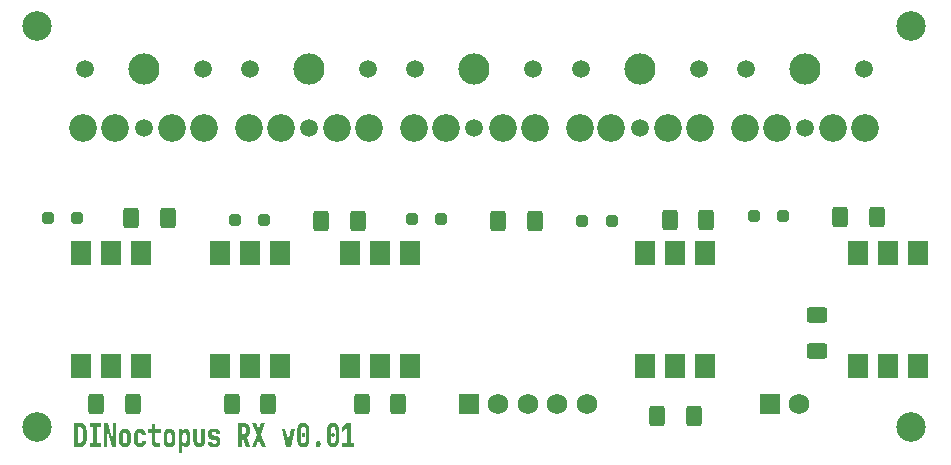
<source format=gbr>
%TF.GenerationSoftware,KiCad,Pcbnew,7.0.1-1.fc37*%
%TF.CreationDate,2023-03-21T22:33:28-05:00*%
%TF.ProjectId,midi_rx_board,6d696469-5f72-4785-9f62-6f6172642e6b,rev?*%
%TF.SameCoordinates,Original*%
%TF.FileFunction,Soldermask,Top*%
%TF.FilePolarity,Negative*%
%FSLAX46Y46*%
G04 Gerber Fmt 4.6, Leading zero omitted, Abs format (unit mm)*
G04 Created by KiCad (PCBNEW 7.0.1-1.fc37) date 2023-03-21 22:33:28*
%MOMM*%
%LPD*%
G01*
G04 APERTURE LIST*
G04 Aperture macros list*
%AMRoundRect*
0 Rectangle with rounded corners*
0 $1 Rounding radius*
0 $2 $3 $4 $5 $6 $7 $8 $9 X,Y pos of 4 corners*
0 Add a 4 corners polygon primitive as box body*
4,1,4,$2,$3,$4,$5,$6,$7,$8,$9,$2,$3,0*
0 Add four circle primitives for the rounded corners*
1,1,$1+$1,$2,$3*
1,1,$1+$1,$4,$5*
1,1,$1+$1,$6,$7*
1,1,$1+$1,$8,$9*
0 Add four rect primitives between the rounded corners*
20,1,$1+$1,$2,$3,$4,$5,0*
20,1,$1+$1,$4,$5,$6,$7,0*
20,1,$1+$1,$6,$7,$8,$9,0*
20,1,$1+$1,$8,$9,$2,$3,0*%
G04 Aperture macros list end*
%ADD10C,0.150000*%
%ADD11C,2.500000*%
%ADD12R,1.780000X2.000000*%
%ADD13RoundRect,0.250000X0.250000X0.250000X-0.250000X0.250000X-0.250000X-0.250000X0.250000X-0.250000X0*%
%ADD14C,1.500000*%
%ADD15C,2.641600*%
%ADD16C,2.351600*%
%ADD17RoundRect,0.250000X0.400000X0.625000X-0.400000X0.625000X-0.400000X-0.625000X0.400000X-0.625000X0*%
%ADD18R,1.750000X1.750000*%
%ADD19C,1.750000*%
%ADD20RoundRect,0.250000X-0.400000X-0.625000X0.400000X-0.625000X0.400000X0.625000X-0.400000X0.625000X0*%
%ADD21RoundRect,0.250000X0.625000X-0.400000X0.625000X0.400000X-0.625000X0.400000X-0.625000X-0.400000X0*%
G04 APERTURE END LIST*
D10*
G36*
X128659213Y-55616934D02*
G01*
X128688010Y-55619196D01*
X128716152Y-55622937D01*
X128743619Y-55628134D01*
X128770391Y-55634764D01*
X128796450Y-55642805D01*
X128821775Y-55652232D01*
X128846347Y-55663024D01*
X128870146Y-55675157D01*
X128893152Y-55688607D01*
X128915347Y-55703353D01*
X128936710Y-55719370D01*
X128957222Y-55736636D01*
X128976863Y-55755127D01*
X128995614Y-55774821D01*
X129013455Y-55795694D01*
X129030366Y-55817723D01*
X129046328Y-55840886D01*
X129061322Y-55865159D01*
X129075327Y-55890519D01*
X129088325Y-55916943D01*
X129100295Y-55944408D01*
X129111218Y-55972891D01*
X129121074Y-56002369D01*
X129129844Y-56032819D01*
X129137509Y-56064217D01*
X129144048Y-56096540D01*
X129149442Y-56129767D01*
X129153671Y-56163872D01*
X129156716Y-56198834D01*
X129158558Y-56234629D01*
X129159176Y-56271235D01*
X129159176Y-57002009D01*
X129158558Y-57038666D01*
X129156716Y-57074523D01*
X129153671Y-57109557D01*
X129149442Y-57143744D01*
X129144048Y-57177059D01*
X129137509Y-57209479D01*
X129129844Y-57240980D01*
X129121074Y-57271539D01*
X129111218Y-57301131D01*
X129100295Y-57329732D01*
X129088325Y-57357318D01*
X129075327Y-57383867D01*
X129061322Y-57409353D01*
X129046328Y-57433753D01*
X129030366Y-57457043D01*
X129013455Y-57479199D01*
X128995614Y-57500197D01*
X128976863Y-57520014D01*
X128957222Y-57538625D01*
X128936710Y-57556006D01*
X128915347Y-57572135D01*
X128893152Y-57586986D01*
X128870146Y-57600536D01*
X128846347Y-57612761D01*
X128821775Y-57623638D01*
X128796450Y-57633141D01*
X128770391Y-57641249D01*
X128743619Y-57647935D01*
X128716152Y-57653178D01*
X128688010Y-57656952D01*
X128659213Y-57659234D01*
X128629780Y-57660000D01*
X128132257Y-57660000D01*
X128132257Y-55994263D01*
X128447330Y-55994263D01*
X128447330Y-57282400D01*
X128629780Y-57282400D01*
X128652956Y-57281070D01*
X128675173Y-57277144D01*
X128696358Y-57270715D01*
X128716436Y-57261876D01*
X128735334Y-57250722D01*
X128752977Y-57237346D01*
X128769291Y-57221842D01*
X128784202Y-57204303D01*
X128797637Y-57184824D01*
X128809520Y-57163499D01*
X128819778Y-57140420D01*
X128828338Y-57115681D01*
X128835124Y-57089377D01*
X128840063Y-57061602D01*
X128843080Y-57032448D01*
X128844103Y-57002009D01*
X128844103Y-56271235D01*
X128843080Y-56240915D01*
X128840063Y-56211929D01*
X128835124Y-56184363D01*
X128828338Y-56158303D01*
X128819778Y-56133834D01*
X128809520Y-56111042D01*
X128797637Y-56090013D01*
X128784202Y-56070833D01*
X128769291Y-56053589D01*
X128752977Y-56038364D01*
X128735334Y-56025247D01*
X128716436Y-56014322D01*
X128696358Y-56005675D01*
X128675173Y-55999392D01*
X128652956Y-55995560D01*
X128629780Y-55994263D01*
X128447330Y-55994263D01*
X128132257Y-55994263D01*
X128132257Y-55616175D01*
X128629780Y-55616175D01*
X128659213Y-55616934D01*
G37*
G36*
X129426622Y-57660000D02*
G01*
X130350593Y-57660000D01*
X130350593Y-57282400D01*
X130046144Y-57282400D01*
X130046144Y-55994263D01*
X130350593Y-55994263D01*
X130350593Y-55616175D01*
X129426622Y-55616175D01*
X129426622Y-55994263D01*
X129731071Y-55994263D01*
X129731071Y-57282400D01*
X129426622Y-57282400D01*
X129426622Y-57660000D01*
G37*
G36*
X130643318Y-57660000D02*
G01*
X130920655Y-57660000D01*
X130920655Y-56764117D01*
X130920463Y-56726587D01*
X130920229Y-56706878D01*
X130919907Y-56686602D01*
X130919502Y-56665806D01*
X130919018Y-56644537D01*
X130918459Y-56622840D01*
X130917828Y-56600764D01*
X130917129Y-56578354D01*
X130916367Y-56555658D01*
X130915544Y-56532721D01*
X130914666Y-56509591D01*
X130913736Y-56486314D01*
X130912758Y-56462937D01*
X130911735Y-56439507D01*
X130910672Y-56416071D01*
X130909573Y-56392674D01*
X130908440Y-56369364D01*
X130907280Y-56346188D01*
X130906094Y-56323192D01*
X130904887Y-56300422D01*
X130903664Y-56277926D01*
X130902427Y-56255751D01*
X130901181Y-56233942D01*
X130899930Y-56212547D01*
X130898677Y-56191612D01*
X130897426Y-56171184D01*
X130896182Y-56151310D01*
X130893728Y-56113409D01*
X130891346Y-56078283D01*
X131284089Y-57660000D01*
X131651552Y-57660000D01*
X131651552Y-55616175D01*
X131374214Y-55616175D01*
X131374214Y-56456371D01*
X131374432Y-56494253D01*
X131374697Y-56514391D01*
X131375062Y-56535257D01*
X131375520Y-56556797D01*
X131376069Y-56578958D01*
X131376704Y-56601686D01*
X131377420Y-56624929D01*
X131378214Y-56648632D01*
X131379080Y-56672743D01*
X131380015Y-56697208D01*
X131381015Y-56721973D01*
X131382075Y-56746987D01*
X131383190Y-56772194D01*
X131384357Y-56797543D01*
X131385572Y-56822979D01*
X131386829Y-56848450D01*
X131388125Y-56873902D01*
X131389455Y-56899281D01*
X131390815Y-56924535D01*
X131392201Y-56949610D01*
X131393609Y-56974452D01*
X131395034Y-56999009D01*
X131396471Y-57023228D01*
X131397917Y-57047054D01*
X131399368Y-57070435D01*
X131400818Y-57093317D01*
X131402264Y-57115647D01*
X131403702Y-57137372D01*
X131405126Y-57158438D01*
X131406534Y-57178792D01*
X131407920Y-57198381D01*
X131011147Y-55616175D01*
X130643318Y-55616175D01*
X130643318Y-57660000D01*
G37*
G36*
X132434882Y-56092679D02*
G01*
X132462820Y-56094821D01*
X132490063Y-56098363D01*
X132516596Y-56103281D01*
X132542404Y-56109555D01*
X132567471Y-56117160D01*
X132591783Y-56126074D01*
X132615325Y-56136275D01*
X132638082Y-56147740D01*
X132660038Y-56160445D01*
X132681180Y-56174369D01*
X132701491Y-56189488D01*
X132720958Y-56205780D01*
X132739565Y-56223222D01*
X132757296Y-56241791D01*
X132774138Y-56261465D01*
X132790075Y-56282221D01*
X132805092Y-56304036D01*
X132819175Y-56326888D01*
X132832308Y-56350753D01*
X132844476Y-56375609D01*
X132855664Y-56401434D01*
X132865858Y-56428204D01*
X132875043Y-56455898D01*
X132883203Y-56484491D01*
X132890323Y-56513962D01*
X132896389Y-56544287D01*
X132901386Y-56575445D01*
X132905298Y-56607412D01*
X132908111Y-56640165D01*
X132909810Y-56673682D01*
X132910380Y-56707941D01*
X132910380Y-57072351D01*
X132909810Y-57106610D01*
X132908111Y-57140127D01*
X132905298Y-57172880D01*
X132901386Y-57204847D01*
X132896389Y-57236005D01*
X132890323Y-57266330D01*
X132883203Y-57295801D01*
X132875043Y-57324395D01*
X132865858Y-57352088D01*
X132855664Y-57378858D01*
X132844476Y-57404683D01*
X132832308Y-57429539D01*
X132819175Y-57453405D01*
X132805092Y-57476256D01*
X132790075Y-57498071D01*
X132774138Y-57518827D01*
X132757296Y-57538501D01*
X132739565Y-57557070D01*
X132720958Y-57574512D01*
X132701491Y-57590804D01*
X132681180Y-57605923D01*
X132660038Y-57619847D01*
X132638082Y-57632552D01*
X132615325Y-57644017D01*
X132591783Y-57654218D01*
X132567471Y-57663132D01*
X132542404Y-57670737D01*
X132516596Y-57677011D01*
X132490063Y-57681930D01*
X132462820Y-57685471D01*
X132434882Y-57687613D01*
X132406263Y-57688332D01*
X132377676Y-57687613D01*
X132349765Y-57685471D01*
X132322546Y-57681930D01*
X132296034Y-57677011D01*
X132270244Y-57670737D01*
X132245190Y-57663132D01*
X132220889Y-57654218D01*
X132197355Y-57644017D01*
X132174603Y-57632552D01*
X132152649Y-57619847D01*
X132131508Y-57605923D01*
X132111195Y-57590804D01*
X132091725Y-57574512D01*
X132073113Y-57557070D01*
X132055374Y-57538501D01*
X132038524Y-57518827D01*
X132022578Y-57498071D01*
X132007551Y-57476256D01*
X131993458Y-57453405D01*
X131980314Y-57429539D01*
X131968134Y-57404683D01*
X131956935Y-57378858D01*
X131946729Y-57352088D01*
X131937534Y-57324395D01*
X131929363Y-57295801D01*
X131922233Y-57266330D01*
X131916158Y-57236005D01*
X131911154Y-57204847D01*
X131907236Y-57172880D01*
X131904418Y-57140127D01*
X131902716Y-57106610D01*
X131902145Y-57072351D01*
X132217219Y-57072351D01*
X132218005Y-57101908D01*
X132220353Y-57129744D01*
X132224241Y-57155835D01*
X132229652Y-57180154D01*
X132236565Y-57202675D01*
X132244962Y-57223373D01*
X132254823Y-57242223D01*
X132266128Y-57259197D01*
X132278859Y-57274271D01*
X132292996Y-57287418D01*
X132308520Y-57298614D01*
X132325411Y-57307832D01*
X132343650Y-57315046D01*
X132363218Y-57320231D01*
X132384095Y-57323361D01*
X132406263Y-57324410D01*
X132428491Y-57323361D01*
X132449413Y-57320231D01*
X132469011Y-57315046D01*
X132487269Y-57307832D01*
X132504168Y-57298614D01*
X132519690Y-57287418D01*
X132533818Y-57274271D01*
X132546534Y-57259197D01*
X132557821Y-57242223D01*
X132567660Y-57223373D01*
X132576034Y-57202675D01*
X132582925Y-57180154D01*
X132588315Y-57155835D01*
X132592187Y-57129744D01*
X132594524Y-57101908D01*
X132595307Y-57072351D01*
X132595307Y-56707941D01*
X132594524Y-56678390D01*
X132592187Y-56650569D01*
X132588315Y-56624502D01*
X132582925Y-56600215D01*
X132576034Y-56577730D01*
X132567660Y-56557073D01*
X132557821Y-56538268D01*
X132546534Y-56521339D01*
X132533818Y-56506311D01*
X132519690Y-56493208D01*
X132504168Y-56482053D01*
X132487269Y-56472872D01*
X132469011Y-56465689D01*
X132449413Y-56460529D01*
X132428491Y-56457414D01*
X132406263Y-56456371D01*
X132384095Y-56457414D01*
X132363218Y-56460529D01*
X132343650Y-56465689D01*
X132325411Y-56472872D01*
X132308520Y-56482053D01*
X132292996Y-56493208D01*
X132278859Y-56506311D01*
X132266128Y-56521339D01*
X132254823Y-56538268D01*
X132244962Y-56557073D01*
X132236565Y-56577730D01*
X132229652Y-56600215D01*
X132224241Y-56624502D01*
X132220353Y-56650569D01*
X132218005Y-56678390D01*
X132217219Y-56707941D01*
X132217219Y-57072351D01*
X131902145Y-57072351D01*
X131902145Y-56707941D01*
X131902716Y-56673682D01*
X131904418Y-56640165D01*
X131907236Y-56607412D01*
X131911154Y-56575445D01*
X131916158Y-56544287D01*
X131922233Y-56513962D01*
X131929363Y-56484491D01*
X131937534Y-56455898D01*
X131946729Y-56428204D01*
X131956935Y-56401434D01*
X131968134Y-56375609D01*
X131980314Y-56350753D01*
X131993458Y-56326888D01*
X132007551Y-56304036D01*
X132022578Y-56282221D01*
X132038524Y-56261465D01*
X132055374Y-56241791D01*
X132073113Y-56223222D01*
X132091725Y-56205780D01*
X132111195Y-56189488D01*
X132131508Y-56174369D01*
X132152649Y-56160445D01*
X132174603Y-56147740D01*
X132197355Y-56136275D01*
X132220889Y-56126074D01*
X132245190Y-56117160D01*
X132270244Y-56109555D01*
X132296034Y-56103281D01*
X132322546Y-56098363D01*
X132349765Y-56094821D01*
X132377676Y-56092679D01*
X132406263Y-56091960D01*
X132434882Y-56092679D01*
G37*
G36*
X133684141Y-57688332D02*
G01*
X133712361Y-57687694D01*
X133739927Y-57685793D01*
X133766826Y-57682641D01*
X133793044Y-57678255D01*
X133818567Y-57672648D01*
X133843381Y-57665837D01*
X133867473Y-57657835D01*
X133890828Y-57648657D01*
X133913433Y-57638319D01*
X133935273Y-57626836D01*
X133956336Y-57614221D01*
X133976607Y-57600490D01*
X133996073Y-57585658D01*
X134014719Y-57569740D01*
X134032532Y-57552750D01*
X134049498Y-57534703D01*
X134065603Y-57515614D01*
X134080834Y-57495499D01*
X134095176Y-57474371D01*
X134108616Y-57452246D01*
X134121139Y-57429139D01*
X134132733Y-57405064D01*
X134143383Y-57380036D01*
X134153076Y-57354070D01*
X134161797Y-57327181D01*
X134169533Y-57299384D01*
X134176270Y-57270694D01*
X134181994Y-57241125D01*
X134186692Y-57210692D01*
X134190349Y-57179411D01*
X134192952Y-57147296D01*
X134194487Y-57114361D01*
X133887840Y-57114361D01*
X133885431Y-57138857D01*
X133881401Y-57161955D01*
X133875802Y-57183629D01*
X133868686Y-57203853D01*
X133860106Y-57222604D01*
X133850114Y-57239855D01*
X133838764Y-57255582D01*
X133826107Y-57269760D01*
X133812197Y-57282364D01*
X133797086Y-57293369D01*
X133780826Y-57302749D01*
X133763470Y-57310480D01*
X133745072Y-57316537D01*
X133725682Y-57320894D01*
X133705354Y-57323527D01*
X133684141Y-57324410D01*
X133661179Y-57323361D01*
X133639566Y-57320231D01*
X133619321Y-57315046D01*
X133600461Y-57307832D01*
X133583005Y-57298614D01*
X133566972Y-57287418D01*
X133552379Y-57274271D01*
X133539244Y-57259197D01*
X133527586Y-57242223D01*
X133517424Y-57223373D01*
X133508775Y-57202675D01*
X133501657Y-57180154D01*
X133496090Y-57155835D01*
X133492090Y-57129744D01*
X133489677Y-57101908D01*
X133488869Y-57072351D01*
X133488869Y-56707941D01*
X133489677Y-56678390D01*
X133492090Y-56650569D01*
X133496090Y-56624502D01*
X133501657Y-56600215D01*
X133508775Y-56577730D01*
X133517424Y-56557073D01*
X133527586Y-56538268D01*
X133539244Y-56521339D01*
X133552379Y-56506311D01*
X133566972Y-56493208D01*
X133583005Y-56482053D01*
X133600461Y-56472872D01*
X133619321Y-56465689D01*
X133639566Y-56460529D01*
X133661179Y-56457414D01*
X133684141Y-56456371D01*
X133704992Y-56457281D01*
X133725051Y-56459986D01*
X133744255Y-56464450D01*
X133762543Y-56470636D01*
X133779852Y-56478508D01*
X133796120Y-56488030D01*
X133811284Y-56499164D01*
X133825283Y-56511875D01*
X133838054Y-56526126D01*
X133849535Y-56541880D01*
X133859663Y-56559101D01*
X133868377Y-56577752D01*
X133875613Y-56597797D01*
X133881311Y-56619200D01*
X133885407Y-56641923D01*
X133887840Y-56665931D01*
X134194487Y-56665931D01*
X134192952Y-56632997D01*
X134190349Y-56600881D01*
X134186692Y-56569600D01*
X134181994Y-56539167D01*
X134176270Y-56509598D01*
X134169533Y-56480908D01*
X134161797Y-56453111D01*
X134153076Y-56426222D01*
X134143383Y-56400256D01*
X134132733Y-56375228D01*
X134121139Y-56351153D01*
X134108616Y-56328046D01*
X134095176Y-56305921D01*
X134080834Y-56284793D01*
X134065603Y-56264678D01*
X134049498Y-56245589D01*
X134032532Y-56227542D01*
X134014719Y-56210552D01*
X133996073Y-56194634D01*
X133976607Y-56179802D01*
X133956336Y-56166071D01*
X133935273Y-56153456D01*
X133913433Y-56141973D01*
X133890828Y-56131635D01*
X133867473Y-56122457D01*
X133843381Y-56114455D01*
X133818567Y-56107644D01*
X133793044Y-56102037D01*
X133766826Y-56097651D01*
X133739927Y-56094499D01*
X133712361Y-56092598D01*
X133684141Y-56091960D01*
X133655504Y-56092671D01*
X133627514Y-56094789D01*
X133600186Y-56098293D01*
X133573540Y-56103161D01*
X133547591Y-56109374D01*
X133522358Y-56116909D01*
X133497857Y-56125746D01*
X133474106Y-56135863D01*
X133451121Y-56147240D01*
X133428921Y-56159855D01*
X133407522Y-56173687D01*
X133386942Y-56188715D01*
X133367197Y-56204918D01*
X133348306Y-56222275D01*
X133330285Y-56240765D01*
X133313152Y-56260366D01*
X133296923Y-56281058D01*
X133281616Y-56302819D01*
X133267249Y-56325628D01*
X133253838Y-56349465D01*
X133241402Y-56374308D01*
X133229956Y-56400135D01*
X133219518Y-56426927D01*
X133210106Y-56454661D01*
X133201736Y-56483317D01*
X133194427Y-56512873D01*
X133188195Y-56543309D01*
X133183057Y-56574603D01*
X133179031Y-56606735D01*
X133176134Y-56639682D01*
X133174383Y-56673425D01*
X133173796Y-56707941D01*
X133173796Y-57072351D01*
X133174383Y-57106868D01*
X133176134Y-57140610D01*
X133179031Y-57173557D01*
X133183057Y-57205689D01*
X133188195Y-57236983D01*
X133194427Y-57267419D01*
X133201736Y-57296975D01*
X133210106Y-57325631D01*
X133219518Y-57353365D01*
X133229956Y-57380157D01*
X133241402Y-57405984D01*
X133253838Y-57430827D01*
X133267249Y-57454664D01*
X133281616Y-57477473D01*
X133296923Y-57499234D01*
X133313152Y-57519926D01*
X133330285Y-57539527D01*
X133348306Y-57558017D01*
X133367197Y-57575374D01*
X133386942Y-57591577D01*
X133407522Y-57606605D01*
X133428921Y-57620437D01*
X133451121Y-57633052D01*
X133474106Y-57644429D01*
X133497857Y-57654546D01*
X133522358Y-57663383D01*
X133547591Y-57670918D01*
X133573540Y-57677131D01*
X133600186Y-57682000D01*
X133627514Y-57685503D01*
X133655504Y-57687621D01*
X133684141Y-57688332D01*
G37*
G36*
X135039689Y-57660000D02*
G01*
X135417411Y-57660000D01*
X135417411Y-57282400D01*
X135070830Y-57282400D01*
X135054455Y-57280872D01*
X135039557Y-57276411D01*
X135022043Y-57266217D01*
X135007277Y-57251569D01*
X134995327Y-57232902D01*
X134986263Y-57210652D01*
X134981399Y-57191875D01*
X134978226Y-57171510D01*
X134976772Y-57149741D01*
X134976674Y-57142205D01*
X134976674Y-56498381D01*
X135428035Y-56498381D01*
X135428035Y-56120293D01*
X134976674Y-56120293D01*
X134976674Y-55686029D01*
X134661601Y-55686029D01*
X134661601Y-56120293D01*
X134350558Y-56120293D01*
X134350558Y-56498381D01*
X134661601Y-56498381D01*
X134661601Y-57156371D01*
X134662017Y-57185407D01*
X134663259Y-57213708D01*
X134665318Y-57241260D01*
X134668185Y-57268051D01*
X134671851Y-57294069D01*
X134676306Y-57319303D01*
X134681542Y-57343739D01*
X134687550Y-57367366D01*
X134694320Y-57390172D01*
X134701844Y-57412144D01*
X134710113Y-57433270D01*
X134719117Y-57453538D01*
X134728847Y-57472936D01*
X134739295Y-57491452D01*
X134750450Y-57509073D01*
X134762305Y-57525788D01*
X134774851Y-57541584D01*
X134788077Y-57556449D01*
X134801975Y-57570371D01*
X134816537Y-57583338D01*
X134831752Y-57595337D01*
X134847612Y-57606357D01*
X134864108Y-57616385D01*
X134881231Y-57625409D01*
X134898971Y-57633417D01*
X134917320Y-57640396D01*
X134936269Y-57646335D01*
X134955808Y-57651222D01*
X134975929Y-57655044D01*
X134996622Y-57657789D01*
X135017878Y-57659445D01*
X135039689Y-57660000D01*
G37*
G36*
X136211364Y-56092679D02*
G01*
X136239303Y-56094821D01*
X136266546Y-56098363D01*
X136293079Y-56103281D01*
X136318887Y-56109555D01*
X136343954Y-56117160D01*
X136368266Y-56126074D01*
X136391808Y-56136275D01*
X136414565Y-56147740D01*
X136436521Y-56160445D01*
X136457663Y-56174369D01*
X136477974Y-56189488D01*
X136497441Y-56205780D01*
X136516047Y-56223222D01*
X136533779Y-56241791D01*
X136550621Y-56261465D01*
X136566558Y-56282221D01*
X136581575Y-56304036D01*
X136595658Y-56326888D01*
X136608791Y-56350753D01*
X136620959Y-56375609D01*
X136632147Y-56401434D01*
X136642341Y-56428204D01*
X136651526Y-56455898D01*
X136659686Y-56484491D01*
X136666806Y-56513962D01*
X136672872Y-56544287D01*
X136677869Y-56575445D01*
X136681781Y-56607412D01*
X136684594Y-56640165D01*
X136686293Y-56673682D01*
X136686863Y-56707941D01*
X136686863Y-57072351D01*
X136686293Y-57106610D01*
X136684594Y-57140127D01*
X136681781Y-57172880D01*
X136677869Y-57204847D01*
X136672872Y-57236005D01*
X136666806Y-57266330D01*
X136659686Y-57295801D01*
X136651526Y-57324395D01*
X136642341Y-57352088D01*
X136632147Y-57378858D01*
X136620959Y-57404683D01*
X136608791Y-57429539D01*
X136595658Y-57453405D01*
X136581575Y-57476256D01*
X136566558Y-57498071D01*
X136550621Y-57518827D01*
X136533779Y-57538501D01*
X136516047Y-57557070D01*
X136497441Y-57574512D01*
X136477974Y-57590804D01*
X136457663Y-57605923D01*
X136436521Y-57619847D01*
X136414565Y-57632552D01*
X136391808Y-57644017D01*
X136368266Y-57654218D01*
X136343954Y-57663132D01*
X136318887Y-57670737D01*
X136293079Y-57677011D01*
X136266546Y-57681930D01*
X136239303Y-57685471D01*
X136211364Y-57687613D01*
X136182745Y-57688332D01*
X136154159Y-57687613D01*
X136126248Y-57685471D01*
X136099029Y-57681930D01*
X136072517Y-57677011D01*
X136046727Y-57670737D01*
X136021673Y-57663132D01*
X135997372Y-57654218D01*
X135973838Y-57644017D01*
X135951086Y-57632552D01*
X135929132Y-57619847D01*
X135907991Y-57605923D01*
X135887678Y-57590804D01*
X135868208Y-57574512D01*
X135849596Y-57557070D01*
X135831857Y-57538501D01*
X135815007Y-57518827D01*
X135799061Y-57498071D01*
X135784034Y-57476256D01*
X135769941Y-57453405D01*
X135756797Y-57429539D01*
X135744617Y-57404683D01*
X135733417Y-57378858D01*
X135723212Y-57352088D01*
X135714017Y-57324395D01*
X135705846Y-57295801D01*
X135698716Y-57266330D01*
X135692641Y-57236005D01*
X135687637Y-57204847D01*
X135683718Y-57172880D01*
X135680901Y-57140127D01*
X135679199Y-57106610D01*
X135678628Y-57072351D01*
X135993702Y-57072351D01*
X135994488Y-57101908D01*
X135996836Y-57129744D01*
X136000724Y-57155835D01*
X136006135Y-57180154D01*
X136013048Y-57202675D01*
X136021445Y-57223373D01*
X136031306Y-57242223D01*
X136042611Y-57259197D01*
X136055342Y-57274271D01*
X136069479Y-57287418D01*
X136085002Y-57298614D01*
X136101893Y-57307832D01*
X136120133Y-57315046D01*
X136139701Y-57320231D01*
X136160578Y-57323361D01*
X136182745Y-57324410D01*
X136204973Y-57323361D01*
X136225896Y-57320231D01*
X136245494Y-57315046D01*
X136263752Y-57307832D01*
X136280651Y-57298614D01*
X136296173Y-57287418D01*
X136310301Y-57274271D01*
X136323017Y-57259197D01*
X136334304Y-57242223D01*
X136344143Y-57223373D01*
X136352516Y-57202675D01*
X136359407Y-57180154D01*
X136364798Y-57155835D01*
X136368670Y-57129744D01*
X136371007Y-57101908D01*
X136371789Y-57072351D01*
X136371789Y-56707941D01*
X136371007Y-56678390D01*
X136368670Y-56650569D01*
X136364798Y-56624502D01*
X136359407Y-56600215D01*
X136352516Y-56577730D01*
X136344143Y-56557073D01*
X136334304Y-56538268D01*
X136323017Y-56521339D01*
X136310301Y-56506311D01*
X136296173Y-56493208D01*
X136280651Y-56482053D01*
X136263752Y-56472872D01*
X136245494Y-56465689D01*
X136225896Y-56460529D01*
X136204973Y-56457414D01*
X136182745Y-56456371D01*
X136160578Y-56457414D01*
X136139701Y-56460529D01*
X136120133Y-56465689D01*
X136101893Y-56472872D01*
X136085002Y-56482053D01*
X136069479Y-56493208D01*
X136055342Y-56506311D01*
X136042611Y-56521339D01*
X136031306Y-56538268D01*
X136021445Y-56557073D01*
X136013048Y-56577730D01*
X136006135Y-56600215D01*
X136000724Y-56624502D01*
X135996836Y-56650569D01*
X135994488Y-56678390D01*
X135993702Y-56707941D01*
X135993702Y-57072351D01*
X135678628Y-57072351D01*
X135678628Y-56707941D01*
X135679199Y-56673682D01*
X135680901Y-56640165D01*
X135683718Y-56607412D01*
X135687637Y-56575445D01*
X135692641Y-56544287D01*
X135698716Y-56513962D01*
X135705846Y-56484491D01*
X135714017Y-56455898D01*
X135723212Y-56428204D01*
X135733417Y-56401434D01*
X135744617Y-56375609D01*
X135756797Y-56350753D01*
X135769941Y-56326888D01*
X135784034Y-56304036D01*
X135799061Y-56282221D01*
X135815007Y-56261465D01*
X135831857Y-56241791D01*
X135849596Y-56223222D01*
X135868208Y-56205780D01*
X135887678Y-56189488D01*
X135907991Y-56174369D01*
X135929132Y-56160445D01*
X135951086Y-56147740D01*
X135973838Y-56136275D01*
X135997372Y-56126074D01*
X136021673Y-56117160D01*
X136046727Y-56109555D01*
X136072517Y-56103281D01*
X136099029Y-56098363D01*
X136126248Y-56094821D01*
X136154159Y-56092679D01*
X136182745Y-56091960D01*
X136211364Y-56092679D01*
G37*
G36*
X137592637Y-56092679D02*
G01*
X137612843Y-56094818D01*
X137632604Y-56098351D01*
X137651904Y-56103255D01*
X137670729Y-56109503D01*
X137689064Y-56117070D01*
X137706895Y-56125931D01*
X137724206Y-56136062D01*
X137740983Y-56147435D01*
X137757212Y-56160028D01*
X137772877Y-56173813D01*
X137787964Y-56188766D01*
X137802458Y-56204863D01*
X137816345Y-56222076D01*
X137829610Y-56240382D01*
X137842238Y-56259755D01*
X137854215Y-56280170D01*
X137865525Y-56301602D01*
X137876154Y-56324025D01*
X137886088Y-56347414D01*
X137895312Y-56371744D01*
X137903810Y-56396989D01*
X137911569Y-56423126D01*
X137918574Y-56450127D01*
X137924809Y-56477969D01*
X137930261Y-56506625D01*
X137934914Y-56536071D01*
X137938754Y-56566282D01*
X137941767Y-56597232D01*
X137943937Y-56628895D01*
X137945250Y-56661247D01*
X137945690Y-56694263D01*
X137945690Y-57086029D01*
X137945250Y-57119045D01*
X137943937Y-57151397D01*
X137941767Y-57183061D01*
X137938754Y-57214010D01*
X137934914Y-57244221D01*
X137930261Y-57273667D01*
X137924809Y-57302323D01*
X137918574Y-57330165D01*
X137911569Y-57357166D01*
X137903810Y-57383303D01*
X137895312Y-57408548D01*
X137886088Y-57432878D01*
X137876154Y-57456268D01*
X137865525Y-57478690D01*
X137854215Y-57500122D01*
X137842238Y-57520537D01*
X137829610Y-57539910D01*
X137816345Y-57558216D01*
X137802458Y-57575429D01*
X137787964Y-57591526D01*
X137772877Y-57606479D01*
X137757212Y-57620264D01*
X137740983Y-57632857D01*
X137724206Y-57644231D01*
X137706895Y-57654361D01*
X137689064Y-57663222D01*
X137670729Y-57670789D01*
X137651904Y-57677037D01*
X137632604Y-57681941D01*
X137612843Y-57685474D01*
X137592637Y-57687613D01*
X137571999Y-57688332D01*
X137543715Y-57687029D01*
X137516446Y-57683153D01*
X137490221Y-57676753D01*
X137465066Y-57667876D01*
X137441011Y-57656573D01*
X137418083Y-57642891D01*
X137396310Y-57626879D01*
X137375719Y-57608586D01*
X137356339Y-57588061D01*
X137338198Y-57565352D01*
X137321324Y-57540507D01*
X137305744Y-57513576D01*
X137291486Y-57484607D01*
X137278578Y-57453649D01*
X137267049Y-57420750D01*
X137256926Y-57385959D01*
X137265352Y-57744019D01*
X137265352Y-58164117D01*
X136950279Y-58164117D01*
X136950279Y-57058185D01*
X137265352Y-57058185D01*
X137266109Y-57089350D01*
X137268372Y-57118712D01*
X137272126Y-57146241D01*
X137277356Y-57171911D01*
X137284048Y-57195691D01*
X137292187Y-57217554D01*
X137301760Y-57237470D01*
X137312750Y-57255411D01*
X137325145Y-57271349D01*
X137338929Y-57285255D01*
X137354088Y-57297099D01*
X137370607Y-57306855D01*
X137388473Y-57314492D01*
X137407669Y-57319983D01*
X137428183Y-57323298D01*
X137450000Y-57324410D01*
X137471046Y-57323361D01*
X137490894Y-57320231D01*
X137509522Y-57315046D01*
X137526907Y-57307832D01*
X137543028Y-57298614D01*
X137557863Y-57287418D01*
X137571389Y-57274271D01*
X137583585Y-57259197D01*
X137594429Y-57242223D01*
X137603898Y-57223373D01*
X137611970Y-57202675D01*
X137618624Y-57180154D01*
X137623838Y-57155835D01*
X137627590Y-57129744D01*
X137629857Y-57101908D01*
X137630617Y-57072351D01*
X137630617Y-56707941D01*
X137629857Y-56678390D01*
X137627590Y-56650569D01*
X137623838Y-56624502D01*
X137618624Y-56600215D01*
X137611970Y-56577730D01*
X137603898Y-56557073D01*
X137594429Y-56538268D01*
X137583585Y-56521339D01*
X137571389Y-56506311D01*
X137557863Y-56493208D01*
X137543028Y-56482053D01*
X137526907Y-56472872D01*
X137509522Y-56465689D01*
X137490894Y-56460529D01*
X137471046Y-56457414D01*
X137450000Y-56456371D01*
X137428183Y-56457477D01*
X137407669Y-56460777D01*
X137388473Y-56466243D01*
X137370607Y-56473849D01*
X137354088Y-56483568D01*
X137338929Y-56495371D01*
X137325145Y-56509233D01*
X137312750Y-56525125D01*
X137301760Y-56543021D01*
X137292187Y-56562893D01*
X137284048Y-56584714D01*
X137277356Y-56608458D01*
X137272126Y-56634096D01*
X137268372Y-56661602D01*
X137266109Y-56690948D01*
X137265352Y-56722107D01*
X137265352Y-57058185D01*
X136950279Y-57058185D01*
X136950279Y-56120293D01*
X137254727Y-56120293D01*
X137254727Y-56400195D01*
X137264936Y-56364453D01*
X137276580Y-56330711D01*
X137289626Y-56299011D01*
X137304043Y-56269395D01*
X137319798Y-56241906D01*
X137336857Y-56216586D01*
X137355187Y-56193477D01*
X137374757Y-56172622D01*
X137395534Y-56154061D01*
X137417484Y-56137839D01*
X137440575Y-56123996D01*
X137464774Y-56112576D01*
X137490049Y-56103620D01*
X137516367Y-56097171D01*
X137543694Y-56093270D01*
X137571999Y-56091960D01*
X137592637Y-56092679D01*
G37*
G36*
X138700401Y-57688332D02*
G01*
X138728802Y-57687644D01*
X138756501Y-57685592D01*
X138783485Y-57682189D01*
X138809741Y-57677450D01*
X138835255Y-57671389D01*
X138860015Y-57664021D01*
X138884008Y-57655360D01*
X138907219Y-57645421D01*
X138929637Y-57634219D01*
X138951248Y-57621767D01*
X138972039Y-57608081D01*
X138991997Y-57593174D01*
X139011110Y-57577062D01*
X139029363Y-57559759D01*
X139046743Y-57541278D01*
X139063239Y-57521636D01*
X139078836Y-57500846D01*
X139093522Y-57478922D01*
X139107283Y-57455880D01*
X139120106Y-57431734D01*
X139131979Y-57406497D01*
X139142888Y-57380186D01*
X139152820Y-57352813D01*
X139161762Y-57324395D01*
X139169701Y-57294944D01*
X139176624Y-57264476D01*
X139182518Y-57233005D01*
X139187370Y-57200546D01*
X139191166Y-57167113D01*
X139193894Y-57132721D01*
X139195540Y-57097384D01*
X139196092Y-57061116D01*
X139196092Y-56120293D01*
X138881018Y-56120293D01*
X138881018Y-57058185D01*
X138880262Y-57089752D01*
X138878006Y-57119413D01*
X138874271Y-57147148D01*
X138869077Y-57172941D01*
X138862445Y-57196773D01*
X138854395Y-57218627D01*
X138844948Y-57238484D01*
X138834124Y-57256327D01*
X138821943Y-57272138D01*
X138808425Y-57285899D01*
X138793592Y-57297591D01*
X138777463Y-57307198D01*
X138760059Y-57314702D01*
X138741401Y-57320083D01*
X138721508Y-57323325D01*
X138700401Y-57324410D01*
X138678992Y-57323325D01*
X138658875Y-57320083D01*
X138640062Y-57314702D01*
X138622566Y-57307198D01*
X138606398Y-57297591D01*
X138591571Y-57285899D01*
X138578098Y-57272138D01*
X138565991Y-57256327D01*
X138555262Y-57238484D01*
X138545923Y-57218627D01*
X138537987Y-57196773D01*
X138531467Y-57172941D01*
X138526374Y-57147148D01*
X138522721Y-57119413D01*
X138520520Y-57089752D01*
X138519783Y-57058185D01*
X138519783Y-56120293D01*
X138204710Y-56120293D01*
X138204710Y-57061116D01*
X138205250Y-57097169D01*
X138206864Y-57132318D01*
X138209539Y-57166549D01*
X138213267Y-57199845D01*
X138218034Y-57232190D01*
X138223832Y-57263569D01*
X138230648Y-57293966D01*
X138238473Y-57323364D01*
X138247294Y-57351749D01*
X138257102Y-57379103D01*
X138267885Y-57405413D01*
X138279633Y-57430660D01*
X138292334Y-57454831D01*
X138305978Y-57477908D01*
X138320554Y-57499876D01*
X138336051Y-57520720D01*
X138352459Y-57540423D01*
X138369765Y-57558970D01*
X138387960Y-57576344D01*
X138407033Y-57592530D01*
X138426973Y-57607513D01*
X138447768Y-57621275D01*
X138469408Y-57633802D01*
X138491882Y-57645078D01*
X138515180Y-57655086D01*
X138539290Y-57663811D01*
X138564201Y-57671238D01*
X138589903Y-57677349D01*
X138616385Y-57682130D01*
X138643636Y-57685565D01*
X138671645Y-57687637D01*
X138700401Y-57688332D01*
G37*
G36*
X139910868Y-57688332D02*
G01*
X140003558Y-57688332D01*
X140032626Y-57687824D01*
X140060819Y-57686305D01*
X140088134Y-57683784D01*
X140114568Y-57680269D01*
X140140117Y-57675768D01*
X140164780Y-57670290D01*
X140188552Y-57663843D01*
X140211430Y-57656435D01*
X140233412Y-57648075D01*
X140254493Y-57638771D01*
X140274672Y-57628530D01*
X140293944Y-57617363D01*
X140312307Y-57605276D01*
X140329758Y-57592279D01*
X140346293Y-57578379D01*
X140361909Y-57563585D01*
X140376602Y-57547905D01*
X140390371Y-57531347D01*
X140403212Y-57513920D01*
X140415121Y-57495633D01*
X140426095Y-57476492D01*
X140436132Y-57456508D01*
X140445228Y-57435687D01*
X140453379Y-57414039D01*
X140460584Y-57391572D01*
X140466838Y-57368294D01*
X140472139Y-57344212D01*
X140476483Y-57319337D01*
X140479867Y-57293676D01*
X140482288Y-57267236D01*
X140483743Y-57240028D01*
X140484228Y-57212058D01*
X140483890Y-57185351D01*
X140482877Y-57159271D01*
X140481189Y-57133828D01*
X140478827Y-57109028D01*
X140475791Y-57084878D01*
X140472083Y-57061386D01*
X140467704Y-57038559D01*
X140462653Y-57016404D01*
X140456932Y-56994930D01*
X140450541Y-56974142D01*
X140443482Y-56954049D01*
X140435755Y-56934657D01*
X140427360Y-56915975D01*
X140418298Y-56898009D01*
X140408571Y-56880767D01*
X140398179Y-56864256D01*
X140387122Y-56848484D01*
X140375401Y-56833457D01*
X140363018Y-56819184D01*
X140349972Y-56805670D01*
X140336265Y-56792925D01*
X140321898Y-56780955D01*
X140306870Y-56769767D01*
X140291183Y-56759369D01*
X140274838Y-56749768D01*
X140257835Y-56740972D01*
X140240174Y-56732988D01*
X140221858Y-56725822D01*
X140202886Y-56719483D01*
X140183259Y-56713978D01*
X140162978Y-56709314D01*
X140142044Y-56705498D01*
X139889986Y-56663489D01*
X139873553Y-56660754D01*
X139858065Y-56657803D01*
X139843535Y-56654545D01*
X139823576Y-56648881D01*
X139805866Y-56642013D01*
X139790460Y-56633636D01*
X139777413Y-56623442D01*
X139763778Y-56606493D01*
X139754562Y-56585042D01*
X139750626Y-56565561D01*
X139749302Y-56542833D01*
X139750633Y-56520032D01*
X139754617Y-56498966D01*
X139761242Y-56479744D01*
X139770496Y-56462479D01*
X139782365Y-56447281D01*
X139796836Y-56434261D01*
X139813898Y-56423530D01*
X139833537Y-56415201D01*
X139848055Y-56411036D01*
X139863710Y-56408020D01*
X139880496Y-56406187D01*
X139898412Y-56405568D01*
X139996964Y-56405568D01*
X140015014Y-56406161D01*
X140032055Y-56407926D01*
X140048065Y-56410846D01*
X140063024Y-56414903D01*
X140083443Y-56423081D01*
X140101374Y-56433717D01*
X140116746Y-56446751D01*
X140129485Y-56462121D01*
X140139519Y-56479768D01*
X140146776Y-56499631D01*
X140151184Y-56521649D01*
X140152669Y-56545764D01*
X140461147Y-56545764D01*
X140460615Y-56520308D01*
X140459030Y-56495426D01*
X140456405Y-56471133D01*
X140452758Y-56447444D01*
X140448102Y-56424375D01*
X140442453Y-56401941D01*
X140435827Y-56380158D01*
X140428238Y-56359040D01*
X140419702Y-56338603D01*
X140410233Y-56318863D01*
X140399849Y-56299835D01*
X140388562Y-56281535D01*
X140376390Y-56263977D01*
X140363346Y-56247177D01*
X140349446Y-56231151D01*
X140334706Y-56215914D01*
X140319140Y-56201481D01*
X140302765Y-56187867D01*
X140285594Y-56175089D01*
X140267643Y-56163161D01*
X140248929Y-56152099D01*
X140229464Y-56141918D01*
X140209266Y-56132634D01*
X140188349Y-56124262D01*
X140166729Y-56116817D01*
X140144420Y-56110314D01*
X140121438Y-56104770D01*
X140097798Y-56100200D01*
X140073515Y-56096618D01*
X140048605Y-56094041D01*
X140023083Y-56092483D01*
X139996964Y-56091960D01*
X139898412Y-56091960D01*
X139871078Y-56092428D01*
X139844581Y-56093830D01*
X139818922Y-56096163D01*
X139794105Y-56099426D01*
X139770132Y-56103617D01*
X139747003Y-56108733D01*
X139724721Y-56114773D01*
X139703289Y-56121735D01*
X139682707Y-56129616D01*
X139662979Y-56138415D01*
X139644106Y-56148129D01*
X139626090Y-56158756D01*
X139608934Y-56170295D01*
X139592638Y-56182742D01*
X139577206Y-56196097D01*
X139562639Y-56210357D01*
X139548939Y-56225520D01*
X139536109Y-56241584D01*
X139524150Y-56258547D01*
X139513064Y-56276407D01*
X139502853Y-56295161D01*
X139493520Y-56314809D01*
X139485066Y-56335346D01*
X139477494Y-56356773D01*
X139470805Y-56379086D01*
X139465001Y-56402284D01*
X139460084Y-56426364D01*
X139456057Y-56451325D01*
X139452921Y-56477164D01*
X139450679Y-56503879D01*
X139449332Y-56531468D01*
X139448883Y-56559930D01*
X139449215Y-56583575D01*
X139450208Y-56606783D01*
X139451858Y-56629539D01*
X139454161Y-56651830D01*
X139457112Y-56673641D01*
X139460707Y-56694959D01*
X139464941Y-56715770D01*
X139469812Y-56736059D01*
X139475313Y-56755813D01*
X139481441Y-56775018D01*
X139488191Y-56793660D01*
X139495560Y-56811725D01*
X139503543Y-56829199D01*
X139512135Y-56846067D01*
X139521333Y-56862317D01*
X139531132Y-56877934D01*
X139541527Y-56892904D01*
X139552515Y-56907213D01*
X139564092Y-56920847D01*
X139576252Y-56933793D01*
X139588992Y-56946036D01*
X139602307Y-56957562D01*
X139616193Y-56968358D01*
X139630645Y-56978409D01*
X139645661Y-56987702D01*
X139661234Y-56996222D01*
X139677361Y-57003956D01*
X139694038Y-57010890D01*
X139711260Y-57017009D01*
X139729023Y-57022300D01*
X139747322Y-57026749D01*
X139766154Y-57030341D01*
X140030669Y-57072351D01*
X140049359Y-57075709D01*
X140066823Y-57079588D01*
X140083064Y-57084041D01*
X140098086Y-57089120D01*
X140118337Y-57098027D01*
X140135859Y-57108636D01*
X140150660Y-57121125D01*
X140162750Y-57135668D01*
X140172138Y-57152443D01*
X140178832Y-57171626D01*
X140182841Y-57193393D01*
X140184176Y-57217920D01*
X140182469Y-57244218D01*
X140177397Y-57268128D01*
X140169035Y-57289608D01*
X140157457Y-57308612D01*
X140142736Y-57325099D01*
X140124948Y-57339024D01*
X140111422Y-57346863D01*
X140096587Y-57353531D01*
X140080466Y-57359016D01*
X140063081Y-57363304D01*
X140044453Y-57366383D01*
X140024605Y-57368240D01*
X140003558Y-57368862D01*
X139910868Y-57368862D01*
X139891354Y-57368239D01*
X139872944Y-57366372D01*
X139855658Y-57363266D01*
X139839519Y-57358924D01*
X139824547Y-57353352D01*
X139810765Y-57346554D01*
X139792368Y-57334066D01*
X139776768Y-57318843D01*
X139764037Y-57300898D01*
X139754248Y-57280248D01*
X139747472Y-57256905D01*
X139743783Y-57230885D01*
X139743073Y-57212058D01*
X139434228Y-57212058D01*
X139434786Y-57238567D01*
X139436446Y-57264499D01*
X139439191Y-57289839D01*
X139443003Y-57314569D01*
X139447865Y-57338670D01*
X139453758Y-57362126D01*
X139460666Y-57384919D01*
X139468569Y-57407033D01*
X139477451Y-57428448D01*
X139487294Y-57449148D01*
X139498079Y-57469116D01*
X139509789Y-57488334D01*
X139522406Y-57506784D01*
X139535913Y-57524450D01*
X139550292Y-57541313D01*
X139565524Y-57557356D01*
X139581593Y-57572563D01*
X139598480Y-57586914D01*
X139616167Y-57600394D01*
X139634638Y-57612984D01*
X139653873Y-57624667D01*
X139673855Y-57635425D01*
X139694567Y-57645242D01*
X139715991Y-57654100D01*
X139738109Y-57661980D01*
X139760903Y-57668867D01*
X139784355Y-57674742D01*
X139808447Y-57679588D01*
X139833163Y-57683387D01*
X139858483Y-57686122D01*
X139884391Y-57687776D01*
X139910868Y-57688332D01*
G37*
G36*
X142507076Y-55616878D02*
G01*
X142536572Y-55618973D01*
X142565356Y-55622442D01*
X142593410Y-55627266D01*
X142620716Y-55633428D01*
X142647258Y-55640908D01*
X142673018Y-55649688D01*
X142697979Y-55659750D01*
X142722123Y-55671074D01*
X142745435Y-55683643D01*
X142767895Y-55697438D01*
X142789488Y-55712440D01*
X142810195Y-55728632D01*
X142830000Y-55745993D01*
X142848885Y-55764507D01*
X142866833Y-55784153D01*
X142883827Y-55804915D01*
X142899849Y-55826773D01*
X142914883Y-55849709D01*
X142928911Y-55873704D01*
X142941915Y-55898739D01*
X142953880Y-55924798D01*
X142964786Y-55951859D01*
X142974618Y-55979906D01*
X142983358Y-56008920D01*
X142990988Y-56038882D01*
X142997492Y-56069774D01*
X143002852Y-56101577D01*
X143007051Y-56134272D01*
X143010071Y-56167842D01*
X143011896Y-56202267D01*
X143012508Y-56237529D01*
X143012202Y-56262362D01*
X143011287Y-56286932D01*
X143009774Y-56311223D01*
X143007670Y-56335219D01*
X143004985Y-56358902D01*
X143001725Y-56382257D01*
X142997901Y-56405268D01*
X142993520Y-56427916D01*
X142988592Y-56450188D01*
X142983124Y-56472064D01*
X142977125Y-56493530D01*
X142970603Y-56514569D01*
X142963568Y-56535164D01*
X142956027Y-56555300D01*
X142947990Y-56574958D01*
X142939464Y-56594124D01*
X142930459Y-56612780D01*
X142920982Y-56630910D01*
X142911043Y-56648498D01*
X142900649Y-56665527D01*
X142889810Y-56681980D01*
X142878533Y-56697842D01*
X142866828Y-56713096D01*
X142854703Y-56727725D01*
X142842166Y-56741712D01*
X142829225Y-56755043D01*
X142815891Y-56767699D01*
X142802170Y-56779664D01*
X142788072Y-56790923D01*
X142773604Y-56801458D01*
X142758777Y-56811254D01*
X142743597Y-56820293D01*
X143033391Y-57660000D01*
X142691207Y-57660000D01*
X142443545Y-56887215D01*
X142296266Y-56887215D01*
X142296266Y-57660000D01*
X141985589Y-57660000D01*
X141985589Y-55980097D01*
X142296266Y-55980097D01*
X142296266Y-56523293D01*
X142476884Y-56523293D01*
X142502243Y-56522155D01*
X142526226Y-56518767D01*
X142548798Y-56513170D01*
X142569923Y-56505403D01*
X142589564Y-56495506D01*
X142607686Y-56483520D01*
X142624253Y-56469484D01*
X142639229Y-56453440D01*
X142652577Y-56435426D01*
X142664263Y-56415483D01*
X142674249Y-56393651D01*
X142682500Y-56369970D01*
X142688980Y-56344480D01*
X142693653Y-56317221D01*
X142696484Y-56288233D01*
X142697435Y-56257557D01*
X142696484Y-56225783D01*
X142693653Y-56195706D01*
X142688980Y-56167376D01*
X142682500Y-56140840D01*
X142674249Y-56116147D01*
X142664263Y-56093346D01*
X142652577Y-56072485D01*
X142639229Y-56053614D01*
X142624253Y-56036781D01*
X142607686Y-56022034D01*
X142589564Y-56009423D01*
X142569923Y-55998995D01*
X142548798Y-55990800D01*
X142526226Y-55984887D01*
X142502243Y-55981303D01*
X142476884Y-55980097D01*
X142296266Y-55980097D01*
X141985589Y-55980097D01*
X141985589Y-55616175D01*
X142476884Y-55616175D01*
X142507076Y-55616878D01*
G37*
G36*
X143147697Y-57660000D02*
G01*
X143485851Y-57660000D01*
X143670865Y-57156371D01*
X143678883Y-57133549D01*
X143686436Y-57111095D01*
X143693505Y-57089199D01*
X143700070Y-57068048D01*
X143706111Y-57047831D01*
X143711608Y-57028736D01*
X143718057Y-57005348D01*
X143723456Y-56984736D01*
X143728657Y-56963555D01*
X143729483Y-56960000D01*
X143735352Y-56980069D01*
X143741265Y-56999917D01*
X143748182Y-57022653D01*
X143753984Y-57041332D01*
X143760279Y-57061196D01*
X143767035Y-57082057D01*
X143774223Y-57103725D01*
X143781811Y-57126014D01*
X143789768Y-57148734D01*
X143792498Y-57156371D01*
X143977145Y-57660000D01*
X144323726Y-57660000D01*
X143912299Y-56604382D01*
X144296615Y-55616175D01*
X143958461Y-55616175D01*
X143794696Y-56064117D01*
X143786641Y-56086676D01*
X143779172Y-56108631D01*
X143772298Y-56129815D01*
X143766025Y-56150061D01*
X143760361Y-56169202D01*
X143753767Y-56192718D01*
X143748286Y-56213579D01*
X143743024Y-56235320D01*
X143740108Y-56248764D01*
X143734915Y-56227245D01*
X143729851Y-56208634D01*
X143723555Y-56187072D01*
X143716069Y-56162955D01*
X143709700Y-56143427D01*
X143702704Y-56122850D01*
X143695100Y-56101390D01*
X143686905Y-56079215D01*
X143681123Y-56064117D01*
X143521755Y-55616175D01*
X143175174Y-55616175D01*
X143559490Y-56604382D01*
X143147697Y-57660000D01*
G37*
G36*
X146058094Y-57660000D02*
G01*
X146453035Y-57660000D01*
X146832955Y-56120293D01*
X146503227Y-56120293D01*
X146306123Y-56988332D01*
X146301760Y-57007423D01*
X146297474Y-57026916D01*
X146293284Y-57046745D01*
X146289207Y-57066840D01*
X146285261Y-57087137D01*
X146281464Y-57107566D01*
X146277833Y-57128061D01*
X146274387Y-57148555D01*
X146271142Y-57168980D01*
X146268116Y-57189269D01*
X146265328Y-57209355D01*
X146262795Y-57229170D01*
X146260534Y-57248648D01*
X146257693Y-57277084D01*
X146255565Y-57304382D01*
X146253381Y-57277082D01*
X146250381Y-57248629D01*
X146247963Y-57229125D01*
X146245236Y-57209266D01*
X146242221Y-57189115D01*
X146238940Y-57168735D01*
X146235415Y-57148189D01*
X146231666Y-57127540D01*
X146227715Y-57106851D01*
X146223584Y-57086184D01*
X146219295Y-57065604D01*
X146214868Y-57045173D01*
X146210324Y-57024953D01*
X146205687Y-57005008D01*
X146200976Y-56985401D01*
X145999476Y-56120293D01*
X145673778Y-56120293D01*
X146058094Y-57660000D01*
G37*
G36*
X147520384Y-56447767D02*
G01*
X147536221Y-56449269D01*
X147551298Y-56452258D01*
X147565574Y-56456717D01*
X147585392Y-56466126D01*
X147603169Y-56478750D01*
X147618760Y-56494534D01*
X147632024Y-56513422D01*
X147642816Y-56535358D01*
X147650994Y-56560287D01*
X147656415Y-56588154D01*
X147658426Y-56608336D01*
X147659106Y-56629783D01*
X147658935Y-56640894D01*
X147657585Y-56662177D01*
X147654923Y-56682192D01*
X147648568Y-56709788D01*
X147639502Y-56734409D01*
X147627870Y-56755982D01*
X147613815Y-56774435D01*
X147597479Y-56789695D01*
X147579006Y-56801691D01*
X147558539Y-56810349D01*
X147543857Y-56814230D01*
X147528394Y-56816575D01*
X147512194Y-56817362D01*
X147504004Y-56817165D01*
X147488168Y-56815596D01*
X147473090Y-56812480D01*
X147451990Y-56804951D01*
X147432837Y-56794060D01*
X147415773Y-56779880D01*
X147400941Y-56762483D01*
X147388485Y-56741942D01*
X147378549Y-56718329D01*
X147371274Y-56691717D01*
X147367973Y-56672344D01*
X147365962Y-56651693D01*
X147365282Y-56629783D01*
X147365453Y-56618903D01*
X147366804Y-56598086D01*
X147369465Y-56578542D01*
X147375821Y-56551648D01*
X147384886Y-56527710D01*
X147396518Y-56506784D01*
X147410574Y-56488925D01*
X147426909Y-56474188D01*
X147445382Y-56462629D01*
X147465850Y-56454305D01*
X147480532Y-56450579D01*
X147495994Y-56448331D01*
X147512194Y-56447578D01*
X147520384Y-56447767D01*
G37*
G36*
X147540813Y-55589049D02*
G01*
X147568752Y-55591187D01*
X147595995Y-55594722D01*
X147622528Y-55599633D01*
X147648335Y-55605896D01*
X147673403Y-55613490D01*
X147697715Y-55622391D01*
X147721257Y-55632578D01*
X147744013Y-55644028D01*
X147765970Y-55656718D01*
X147787111Y-55670626D01*
X147807423Y-55685730D01*
X147826890Y-55702007D01*
X147845496Y-55719435D01*
X147863228Y-55737991D01*
X147880070Y-55757653D01*
X147896007Y-55778398D01*
X147911024Y-55800204D01*
X147925107Y-55823049D01*
X147938239Y-55846909D01*
X147950408Y-55871764D01*
X147961596Y-55897589D01*
X147971790Y-55924363D01*
X147980974Y-55952063D01*
X147989134Y-55980666D01*
X147996255Y-56010152D01*
X148002321Y-56040496D01*
X148007318Y-56071676D01*
X148011230Y-56103670D01*
X148014043Y-56136456D01*
X148015742Y-56170011D01*
X148016311Y-56204312D01*
X148016311Y-57072351D01*
X148015742Y-57106610D01*
X148014043Y-57140127D01*
X148011230Y-57172880D01*
X148007318Y-57204847D01*
X148002321Y-57236005D01*
X147996255Y-57266330D01*
X147989134Y-57295801D01*
X147980974Y-57324395D01*
X147971790Y-57352088D01*
X147961596Y-57378858D01*
X147950408Y-57404683D01*
X147938239Y-57429539D01*
X147925107Y-57453405D01*
X147911024Y-57476256D01*
X147896007Y-57498071D01*
X147880070Y-57518827D01*
X147863228Y-57538501D01*
X147845496Y-57557070D01*
X147826890Y-57574512D01*
X147807423Y-57590804D01*
X147787111Y-57605923D01*
X147765970Y-57619847D01*
X147744013Y-57632552D01*
X147721257Y-57644017D01*
X147697715Y-57654218D01*
X147673403Y-57663132D01*
X147648335Y-57670737D01*
X147622528Y-57677011D01*
X147595995Y-57681930D01*
X147568752Y-57685471D01*
X147540813Y-57687613D01*
X147512194Y-57688332D01*
X147483607Y-57687613D01*
X147455697Y-57685471D01*
X147428478Y-57681930D01*
X147401966Y-57677011D01*
X147376175Y-57670737D01*
X147351122Y-57663132D01*
X147326820Y-57654218D01*
X147303286Y-57644017D01*
X147280535Y-57632552D01*
X147258581Y-57619847D01*
X147237440Y-57605923D01*
X147217126Y-57590804D01*
X147197656Y-57574512D01*
X147179044Y-57557070D01*
X147161306Y-57538501D01*
X147144456Y-57518827D01*
X147128510Y-57498071D01*
X147113483Y-57476256D01*
X147099390Y-57453405D01*
X147086246Y-57429539D01*
X147074066Y-57404683D01*
X147062866Y-57378858D01*
X147052661Y-57352088D01*
X147043465Y-57324395D01*
X147035295Y-57295801D01*
X147028165Y-57266330D01*
X147022090Y-57236005D01*
X147017086Y-57204847D01*
X147013167Y-57172880D01*
X147010349Y-57140127D01*
X147008648Y-57106610D01*
X147008077Y-57072351D01*
X147302267Y-57072351D01*
X147303196Y-57101022D01*
X147305953Y-57128202D01*
X147310495Y-57153840D01*
X147316779Y-57177887D01*
X147324761Y-57200294D01*
X147334397Y-57221012D01*
X147345644Y-57239991D01*
X147358459Y-57257182D01*
X147372798Y-57272535D01*
X147388617Y-57286002D01*
X147405874Y-57297532D01*
X147424524Y-57307076D01*
X147444525Y-57314586D01*
X147465833Y-57320011D01*
X147488404Y-57323302D01*
X147512194Y-57324410D01*
X147536045Y-57323302D01*
X147558661Y-57320011D01*
X147579999Y-57314586D01*
X147600019Y-57307076D01*
X147618677Y-57297532D01*
X147635932Y-57286002D01*
X147651743Y-57272535D01*
X147666067Y-57257182D01*
X147678863Y-57239991D01*
X147690088Y-57221012D01*
X147699702Y-57200294D01*
X147707661Y-57177887D01*
X147713924Y-57153840D01*
X147718450Y-57128202D01*
X147721196Y-57101022D01*
X147722121Y-57072351D01*
X147722121Y-56204312D01*
X147721216Y-56175641D01*
X147718525Y-56148462D01*
X147714081Y-56122824D01*
X147707919Y-56098776D01*
X147700071Y-56076369D01*
X147690571Y-56055651D01*
X147679455Y-56036672D01*
X147666754Y-56019481D01*
X147652504Y-56004128D01*
X147636737Y-55990662D01*
X147619489Y-55979132D01*
X147600791Y-55969587D01*
X147580680Y-55962078D01*
X147559187Y-55956653D01*
X147536347Y-55953362D01*
X147512194Y-55952254D01*
X147488041Y-55953362D01*
X147465202Y-55956653D01*
X147443709Y-55962078D01*
X147423597Y-55969587D01*
X147404900Y-55979132D01*
X147387651Y-55990662D01*
X147371885Y-56004128D01*
X147357634Y-56019481D01*
X147344934Y-56036672D01*
X147333817Y-56055651D01*
X147324318Y-56076369D01*
X147316470Y-56098776D01*
X147310307Y-56122824D01*
X147305863Y-56148462D01*
X147303172Y-56175641D01*
X147302267Y-56204312D01*
X147302267Y-57072351D01*
X147008077Y-57072351D01*
X147008077Y-56204312D01*
X147008648Y-56170011D01*
X147010349Y-56136456D01*
X147013167Y-56103670D01*
X147017086Y-56071676D01*
X147022090Y-56040496D01*
X147028165Y-56010152D01*
X147035295Y-55980666D01*
X147043465Y-55952063D01*
X147052661Y-55924363D01*
X147062866Y-55897589D01*
X147074066Y-55871764D01*
X147086246Y-55846909D01*
X147099390Y-55823049D01*
X147113483Y-55800204D01*
X147128510Y-55778398D01*
X147144456Y-55757653D01*
X147161306Y-55737991D01*
X147179044Y-55719435D01*
X147197656Y-55702007D01*
X147217126Y-55685730D01*
X147237440Y-55670626D01*
X147258581Y-55656718D01*
X147280535Y-55644028D01*
X147303286Y-55632578D01*
X147326820Y-55622391D01*
X147351122Y-55613490D01*
X147376175Y-55605896D01*
X147401966Y-55599633D01*
X147428478Y-55594722D01*
X147455697Y-55591187D01*
X147483607Y-55589049D01*
X147512194Y-55588332D01*
X147540813Y-55589049D01*
G37*
G36*
X148771022Y-57688332D02*
G01*
X148794173Y-57687001D01*
X148816321Y-57683071D01*
X148837397Y-57676630D01*
X148857335Y-57667769D01*
X148876066Y-57656579D01*
X148893523Y-57643149D01*
X148909639Y-57627569D01*
X148924345Y-57609930D01*
X148937575Y-57590321D01*
X148949259Y-57568834D01*
X148959332Y-57545558D01*
X148967725Y-57520583D01*
X148974371Y-57493999D01*
X148979201Y-57465897D01*
X148982149Y-57436367D01*
X148983147Y-57405498D01*
X148982149Y-57374630D01*
X148979201Y-57345100D01*
X148974371Y-57316998D01*
X148967725Y-57290414D01*
X148959332Y-57265439D01*
X148949259Y-57242163D01*
X148937575Y-57220676D01*
X148924345Y-57201067D01*
X148909639Y-57183428D01*
X148893523Y-57167848D01*
X148876066Y-57154418D01*
X148857335Y-57143227D01*
X148837397Y-57134367D01*
X148816321Y-57127926D01*
X148794173Y-57123995D01*
X148771022Y-57122665D01*
X148747871Y-57123995D01*
X148725723Y-57127926D01*
X148704646Y-57134367D01*
X148684709Y-57143227D01*
X148665977Y-57154418D01*
X148648520Y-57167848D01*
X148632405Y-57183428D01*
X148617698Y-57201067D01*
X148604469Y-57220676D01*
X148592784Y-57242163D01*
X148582711Y-57265439D01*
X148574319Y-57290414D01*
X148567673Y-57316998D01*
X148562842Y-57345100D01*
X148559895Y-57374630D01*
X148558897Y-57405498D01*
X148559895Y-57436367D01*
X148562842Y-57465897D01*
X148567673Y-57493999D01*
X148574319Y-57520583D01*
X148582711Y-57545558D01*
X148592784Y-57568834D01*
X148604469Y-57590321D01*
X148617698Y-57609930D01*
X148632405Y-57627569D01*
X148648520Y-57643149D01*
X148665977Y-57656579D01*
X148684709Y-57667769D01*
X148704646Y-57676630D01*
X148725723Y-57683071D01*
X148747871Y-57687001D01*
X148771022Y-57688332D01*
G37*
G36*
X150038039Y-56447767D02*
G01*
X150053876Y-56449269D01*
X150068953Y-56452258D01*
X150083229Y-56456717D01*
X150103048Y-56466126D01*
X150120824Y-56478750D01*
X150136416Y-56494534D01*
X150149679Y-56513422D01*
X150160471Y-56535358D01*
X150168650Y-56560287D01*
X150174070Y-56588154D01*
X150176082Y-56608336D01*
X150176762Y-56629783D01*
X150176591Y-56640894D01*
X150175240Y-56662177D01*
X150172579Y-56682192D01*
X150166223Y-56709788D01*
X150157157Y-56734409D01*
X150145525Y-56755982D01*
X150131470Y-56774435D01*
X150115134Y-56789695D01*
X150096661Y-56801691D01*
X150076194Y-56810349D01*
X150061512Y-56814230D01*
X150046050Y-56816575D01*
X150029849Y-56817362D01*
X150021660Y-56817165D01*
X150005823Y-56815596D01*
X149990746Y-56812480D01*
X149969646Y-56804951D01*
X149950492Y-56794060D01*
X149933428Y-56779880D01*
X149918596Y-56762483D01*
X149906141Y-56741942D01*
X149896204Y-56718329D01*
X149888929Y-56691717D01*
X149885629Y-56672344D01*
X149883617Y-56651693D01*
X149882937Y-56629783D01*
X149883108Y-56618903D01*
X149884459Y-56598086D01*
X149887120Y-56578542D01*
X149893476Y-56551648D01*
X149902541Y-56527710D01*
X149914173Y-56506784D01*
X149928229Y-56488925D01*
X149944565Y-56474188D01*
X149963038Y-56462629D01*
X149983505Y-56454305D01*
X149998187Y-56450579D01*
X150013649Y-56448331D01*
X150029849Y-56447578D01*
X150038039Y-56447767D01*
G37*
G36*
X150058468Y-55589049D02*
G01*
X150086407Y-55591187D01*
X150113650Y-55594722D01*
X150140183Y-55599633D01*
X150165991Y-55605896D01*
X150191058Y-55613490D01*
X150215370Y-55622391D01*
X150238912Y-55632578D01*
X150261669Y-55644028D01*
X150283625Y-55656718D01*
X150304767Y-55670626D01*
X150325078Y-55685730D01*
X150344545Y-55702007D01*
X150363151Y-55719435D01*
X150380883Y-55737991D01*
X150397725Y-55757653D01*
X150413662Y-55778398D01*
X150428679Y-55800204D01*
X150442762Y-55823049D01*
X150455895Y-55846909D01*
X150468063Y-55871764D01*
X150479251Y-55897589D01*
X150489445Y-55924363D01*
X150498630Y-55952063D01*
X150506790Y-55980666D01*
X150513910Y-56010152D01*
X150519976Y-56040496D01*
X150524973Y-56071676D01*
X150528885Y-56103670D01*
X150531698Y-56136456D01*
X150533397Y-56170011D01*
X150533967Y-56204312D01*
X150533967Y-57072351D01*
X150533397Y-57106610D01*
X150531698Y-57140127D01*
X150528885Y-57172880D01*
X150524973Y-57204847D01*
X150519976Y-57236005D01*
X150513910Y-57266330D01*
X150506790Y-57295801D01*
X150498630Y-57324395D01*
X150489445Y-57352088D01*
X150479251Y-57378858D01*
X150468063Y-57404683D01*
X150455895Y-57429539D01*
X150442762Y-57453405D01*
X150428679Y-57476256D01*
X150413662Y-57498071D01*
X150397725Y-57518827D01*
X150380883Y-57538501D01*
X150363151Y-57557070D01*
X150344545Y-57574512D01*
X150325078Y-57590804D01*
X150304767Y-57605923D01*
X150283625Y-57619847D01*
X150261669Y-57632552D01*
X150238912Y-57644017D01*
X150215370Y-57654218D01*
X150191058Y-57663132D01*
X150165991Y-57670737D01*
X150140183Y-57677011D01*
X150113650Y-57681930D01*
X150086407Y-57685471D01*
X150058468Y-57687613D01*
X150029849Y-57688332D01*
X150001263Y-57687613D01*
X149973352Y-57685471D01*
X149946133Y-57681930D01*
X149919621Y-57677011D01*
X149893831Y-57670737D01*
X149868777Y-57663132D01*
X149844476Y-57654218D01*
X149820942Y-57644017D01*
X149798190Y-57632552D01*
X149776236Y-57619847D01*
X149755095Y-57605923D01*
X149734782Y-57590804D01*
X149715312Y-57574512D01*
X149696700Y-57557070D01*
X149678961Y-57538501D01*
X149662111Y-57518827D01*
X149646165Y-57498071D01*
X149631138Y-57476256D01*
X149617045Y-57453405D01*
X149603901Y-57429539D01*
X149591721Y-57404683D01*
X149580521Y-57378858D01*
X149570316Y-57352088D01*
X149561121Y-57324395D01*
X149552950Y-57295801D01*
X149545820Y-57266330D01*
X149539745Y-57236005D01*
X149534741Y-57204847D01*
X149530822Y-57172880D01*
X149528005Y-57140127D01*
X149526303Y-57106610D01*
X149525732Y-57072351D01*
X149819923Y-57072351D01*
X149820851Y-57101022D01*
X149823609Y-57128202D01*
X149828151Y-57153840D01*
X149834434Y-57177887D01*
X149842416Y-57200294D01*
X149852052Y-57221012D01*
X149863299Y-57239991D01*
X149876114Y-57257182D01*
X149890453Y-57272535D01*
X149906272Y-57286002D01*
X149923529Y-57297532D01*
X149942180Y-57307076D01*
X149962180Y-57314586D01*
X149983488Y-57320011D01*
X150006059Y-57323302D01*
X150029849Y-57324410D01*
X150053701Y-57323302D01*
X150076316Y-57320011D01*
X150097655Y-57314586D01*
X150117674Y-57307076D01*
X150136332Y-57297532D01*
X150153588Y-57286002D01*
X150169398Y-57272535D01*
X150183722Y-57257182D01*
X150196518Y-57239991D01*
X150207744Y-57221012D01*
X150217357Y-57200294D01*
X150225316Y-57177887D01*
X150231580Y-57153840D01*
X150236105Y-57128202D01*
X150238852Y-57101022D01*
X150239776Y-57072351D01*
X150239776Y-56204312D01*
X150238872Y-56175641D01*
X150236181Y-56148462D01*
X150231737Y-56122824D01*
X150225574Y-56098776D01*
X150217726Y-56076369D01*
X150208227Y-56055651D01*
X150197110Y-56036672D01*
X150184409Y-56019481D01*
X150170159Y-56004128D01*
X150154393Y-55990662D01*
X150137144Y-55979132D01*
X150118447Y-55969587D01*
X150098335Y-55962078D01*
X150076842Y-55956653D01*
X150054002Y-55953362D01*
X150029849Y-55952254D01*
X150005697Y-55953362D01*
X149982857Y-55956653D01*
X149961364Y-55962078D01*
X149941252Y-55969587D01*
X149922555Y-55979132D01*
X149905306Y-55990662D01*
X149889540Y-56004128D01*
X149875290Y-56019481D01*
X149862589Y-56036672D01*
X149851472Y-56055651D01*
X149841973Y-56076369D01*
X149834125Y-56098776D01*
X149827962Y-56122824D01*
X149823518Y-56148462D01*
X149820827Y-56175641D01*
X149819923Y-56204312D01*
X149819923Y-57072351D01*
X149525732Y-57072351D01*
X149525732Y-56204312D01*
X149526303Y-56170011D01*
X149528005Y-56136456D01*
X149530822Y-56103670D01*
X149534741Y-56071676D01*
X149539745Y-56040496D01*
X149545820Y-56010152D01*
X149552950Y-55980666D01*
X149561121Y-55952063D01*
X149570316Y-55924363D01*
X149580521Y-55897589D01*
X149591721Y-55871764D01*
X149603901Y-55846909D01*
X149617045Y-55823049D01*
X149631138Y-55800204D01*
X149646165Y-55778398D01*
X149662111Y-55757653D01*
X149678961Y-55737991D01*
X149696700Y-55719435D01*
X149715312Y-55702007D01*
X149734782Y-55685730D01*
X149755095Y-55670626D01*
X149776236Y-55656718D01*
X149798190Y-55644028D01*
X149820942Y-55632578D01*
X149844476Y-55622391D01*
X149868777Y-55613490D01*
X149893831Y-55605896D01*
X149919621Y-55599633D01*
X149946133Y-55594722D01*
X149973352Y-55591187D01*
X150001263Y-55589049D01*
X150029849Y-55588332D01*
X150058468Y-55589049D01*
G37*
G36*
X150826692Y-57660000D02*
G01*
X151834926Y-57660000D01*
X151834926Y-57282400D01*
X151528279Y-57282400D01*
X151528279Y-55616175D01*
X151181699Y-55616175D01*
X150822662Y-55952254D01*
X150822662Y-56416803D01*
X151213206Y-56041646D01*
X151213206Y-57282400D01*
X150826692Y-57282400D01*
X150826692Y-57660000D01*
G37*
D11*
%TO.C,REF\u002A\u002A*%
X125000000Y-56000000D03*
%TD*%
D12*
%TO.C,U4*%
X156540000Y-41235000D03*
X154000000Y-41235000D03*
X151460000Y-41235000D03*
X151460000Y-50765000D03*
X154000000Y-50765000D03*
X156540000Y-50765000D03*
%TD*%
D13*
%TO.C,D3*%
X144213172Y-38415821D03*
X141713172Y-38415821D03*
%TD*%
D14*
%TO.C,RX4*%
X167000000Y-25678000D03*
X157000000Y-25678000D03*
X162000000Y-30678000D03*
D15*
X162000000Y-25678000D03*
D16*
X167100000Y-30678000D03*
X164400000Y-30678000D03*
X159600000Y-30678000D03*
X156900000Y-30678000D03*
%TD*%
D12*
%TO.C,U2*%
X133775000Y-41235000D03*
X131235000Y-41235000D03*
X128695000Y-41235000D03*
X128695000Y-50765000D03*
X131235000Y-50765000D03*
X133775000Y-50765000D03*
%TD*%
%TO.C,U6*%
X199540000Y-41235000D03*
X197000000Y-41235000D03*
X194460000Y-41235000D03*
X194460000Y-50765000D03*
X197000000Y-50765000D03*
X199540000Y-50765000D03*
%TD*%
D17*
%TO.C,R3*%
X136060725Y-38289033D03*
X132960725Y-38289033D03*
%TD*%
D12*
%TO.C,U3*%
X145540000Y-41235000D03*
X143000000Y-41235000D03*
X140460000Y-41235000D03*
X140460000Y-50765000D03*
X143000000Y-50765000D03*
X145540000Y-50765000D03*
%TD*%
D18*
%TO.C,J2*%
X187000000Y-54000000D03*
D19*
X189500000Y-54000000D03*
%TD*%
D14*
%TO.C,RX5*%
X181000000Y-25678000D03*
X171000000Y-25678000D03*
X176000000Y-30678000D03*
D15*
X176000000Y-25678000D03*
D16*
X181100000Y-30678000D03*
X178400000Y-30678000D03*
X173600000Y-30678000D03*
X170900000Y-30678000D03*
%TD*%
D17*
%TO.C,R7*%
X167087684Y-38481381D03*
X163987684Y-38481381D03*
%TD*%
D14*
%TO.C,RX6*%
X195000000Y-25678000D03*
X185000000Y-25678000D03*
X190000000Y-30678000D03*
D15*
X190000000Y-25678000D03*
D16*
X195100000Y-30678000D03*
X192400000Y-30678000D03*
X187600000Y-30678000D03*
X184900000Y-30678000D03*
%TD*%
D13*
%TO.C,D5*%
X173627757Y-38505397D03*
X171127757Y-38505397D03*
%TD*%
D17*
%TO.C,R9*%
X181647557Y-38443251D03*
X178547557Y-38443251D03*
%TD*%
D18*
%TO.C,J1*%
X161500000Y-54000000D03*
D19*
X164000000Y-54000000D03*
X166500000Y-54000000D03*
X169000000Y-54000000D03*
X171500000Y-54000000D03*
%TD*%
D13*
%TO.C,D4*%
X159204422Y-38366051D03*
X156704422Y-38366051D03*
%TD*%
%TO.C,D2*%
X128364410Y-38228809D03*
X125864410Y-38228809D03*
%TD*%
D20*
%TO.C,R6*%
X141450000Y-54000000D03*
X144550000Y-54000000D03*
%TD*%
D14*
%TO.C,RX3*%
X153000000Y-25678000D03*
X143000000Y-25678000D03*
X148000000Y-30678000D03*
D15*
X148000000Y-25678000D03*
D16*
X153100000Y-30678000D03*
X150400000Y-30678000D03*
X145600000Y-30678000D03*
X142900000Y-30678000D03*
%TD*%
D20*
%TO.C,R4*%
X130000000Y-54000000D03*
X133100000Y-54000000D03*
%TD*%
D17*
%TO.C,R11*%
X196043919Y-38151209D03*
X192943919Y-38151209D03*
%TD*%
D14*
%TO.C,RX2*%
X139000000Y-25678000D03*
X129000000Y-25678000D03*
X134000000Y-30678000D03*
D15*
X134000000Y-25678000D03*
D16*
X139100000Y-30678000D03*
X136400000Y-30678000D03*
X131600000Y-30678000D03*
X128900000Y-30678000D03*
%TD*%
D11*
%TO.C,REF\u002A\u002A*%
X125000000Y-22000000D03*
%TD*%
%TO.C,REF\u002A\u002A*%
X199000000Y-56000000D03*
%TD*%
D17*
%TO.C,R5*%
X152109386Y-38491197D03*
X149009386Y-38491197D03*
%TD*%
D12*
%TO.C,U5*%
X181540000Y-41235000D03*
X179000000Y-41235000D03*
X176460000Y-41235000D03*
X176460000Y-50765000D03*
X179000000Y-50765000D03*
X181540000Y-50765000D03*
%TD*%
D20*
%TO.C,R10*%
X177450000Y-55000000D03*
X180550000Y-55000000D03*
%TD*%
D21*
%TO.C,R12*%
X191000000Y-49550000D03*
X191000000Y-46450000D03*
%TD*%
D20*
%TO.C,R8*%
X152450000Y-54000000D03*
X155550000Y-54000000D03*
%TD*%
D11*
%TO.C,REF\u002A\u002A*%
X199000000Y-22000000D03*
%TD*%
D13*
%TO.C,D6*%
X188167684Y-38072617D03*
X185667684Y-38072617D03*
%TD*%
M02*

</source>
